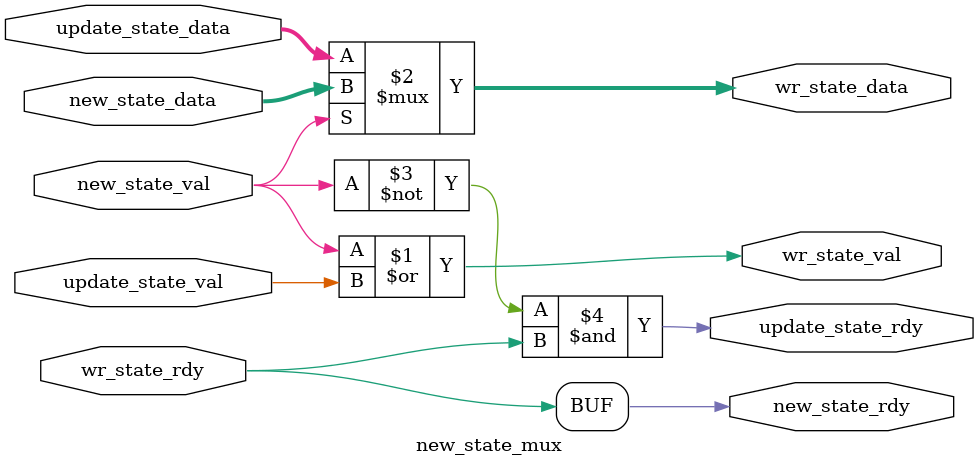
<source format=sv>
module new_state_mux #(
    parameter DATA_W = -1
)(
     input  logic                   new_state_val
    ,input  logic   [DATA_W-1:0]    new_state_data
    ,output logic                   new_state_rdy

    ,input  logic                   update_state_val
    ,input  logic   [DATA_W-1:0]    update_state_data
    ,output logic                   update_state_rdy

    ,output logic                   wr_state_val
    ,output logic   [DATA_W-1:0]    wr_state_data
    ,input  logic                   wr_state_rdy
);

    assign wr_state_val = new_state_val | update_state_val;

    assign wr_state_data = new_state_val
                        ? new_state_data
                        : update_state_data;
    assign new_state_rdy = wr_state_rdy;

    assign update_state_rdy = ~new_state_val & wr_state_rdy;
endmodule

</source>
